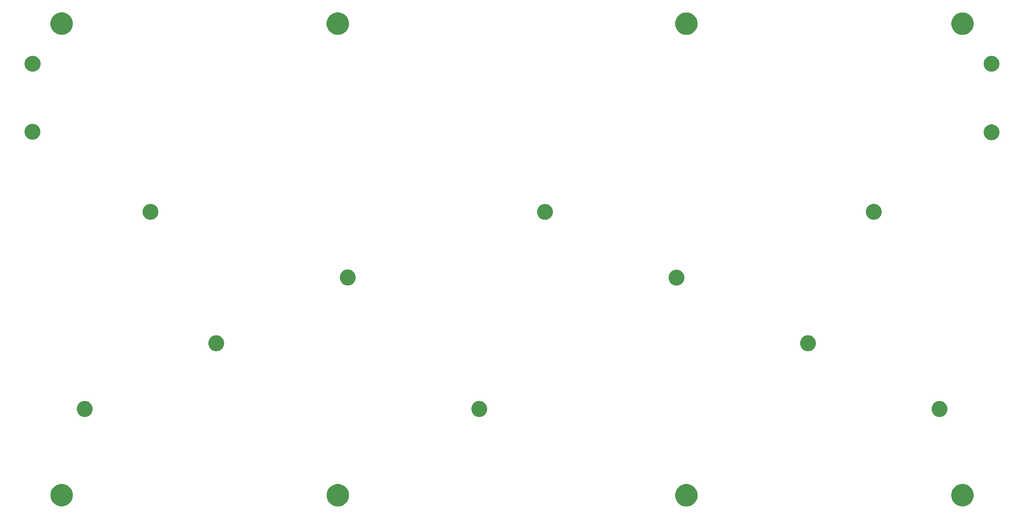
<source format=gbr>
G04 #@! TF.GenerationSoftware,KiCad,Pcbnew,(5.1.6)-1*
G04 #@! TF.CreationDate,2020-06-16T10:18:24+02:00*
G04 #@! TF.ProjectId,punk75_bottom,70756e6b-3735-45f6-926f-74746f6d2e6b,rev?*
G04 #@! TF.SameCoordinates,Original*
G04 #@! TF.FileFunction,Soldermask,Bot*
G04 #@! TF.FilePolarity,Negative*
%FSLAX46Y46*%
G04 Gerber Fmt 4.6, Leading zero omitted, Abs format (unit mm)*
G04 Created by KiCad (PCBNEW (5.1.6)-1) date 2020-06-16 10:18:24*
%MOMM*%
%LPD*%
G01*
G04 APERTURE LIST*
%ADD10C,0.100000*%
G04 APERTURE END LIST*
D10*
G36*
X273384239Y-232941467D02*
G01*
X273698282Y-233003934D01*
X274289926Y-233249001D01*
X274716477Y-233534014D01*
X274807425Y-233594783D01*
X274822392Y-233604784D01*
X275275216Y-234057608D01*
X275630999Y-234590074D01*
X275876066Y-235181718D01*
X276001000Y-235809804D01*
X276001000Y-236450196D01*
X275876066Y-237078282D01*
X275630999Y-237669926D01*
X275345986Y-238096477D01*
X275281899Y-238192391D01*
X275275216Y-238202392D01*
X274822392Y-238655216D01*
X274289926Y-239010999D01*
X273698282Y-239256066D01*
X273384239Y-239318533D01*
X273070197Y-239381000D01*
X272429803Y-239381000D01*
X272115761Y-239318533D01*
X271801718Y-239256066D01*
X271210074Y-239010999D01*
X270677608Y-238655216D01*
X270224784Y-238202392D01*
X270218102Y-238192391D01*
X270154014Y-238096477D01*
X269869001Y-237669926D01*
X269623934Y-237078282D01*
X269499000Y-236450196D01*
X269499000Y-235809804D01*
X269623934Y-235181718D01*
X269869001Y-234590074D01*
X270224784Y-234057608D01*
X270677608Y-233604784D01*
X270692576Y-233594783D01*
X270783523Y-233534014D01*
X271210074Y-233249001D01*
X271801718Y-233003934D01*
X272115761Y-232941467D01*
X272429803Y-232879000D01*
X273070197Y-232879000D01*
X273384239Y-232941467D01*
G37*
G36*
X172404239Y-232931467D02*
G01*
X172718282Y-232993934D01*
X173309926Y-233239001D01*
X173736477Y-233524014D01*
X173842391Y-233594783D01*
X174295217Y-234047609D01*
X174365986Y-234153523D01*
X174650999Y-234580074D01*
X174896066Y-235171718D01*
X175021000Y-235799804D01*
X175021000Y-236440196D01*
X174896066Y-237068282D01*
X174650999Y-237659926D01*
X174365986Y-238086477D01*
X174295217Y-238192391D01*
X173842391Y-238645217D01*
X173736477Y-238715986D01*
X173309926Y-239000999D01*
X172718282Y-239246066D01*
X172404239Y-239308533D01*
X172090197Y-239371000D01*
X171449803Y-239371000D01*
X171135761Y-239308533D01*
X170821718Y-239246066D01*
X170230074Y-239000999D01*
X169803523Y-238715986D01*
X169697609Y-238645217D01*
X169244783Y-238192391D01*
X169174014Y-238086477D01*
X168889001Y-237659926D01*
X168643934Y-237068282D01*
X168519000Y-236440196D01*
X168519000Y-235799804D01*
X168643934Y-235171718D01*
X168889001Y-234580074D01*
X169174014Y-234153523D01*
X169244783Y-234047609D01*
X169697609Y-233594783D01*
X169803523Y-233524014D01*
X170230074Y-233239001D01*
X170821718Y-232993934D01*
X171135761Y-232931467D01*
X171449803Y-232869000D01*
X172090197Y-232869000D01*
X172404239Y-232931467D01*
G37*
G36*
X92394239Y-232921467D02*
G01*
X92708282Y-232983934D01*
X93299926Y-233229001D01*
X93726477Y-233514014D01*
X93832391Y-233584783D01*
X94285217Y-234037609D01*
X94355986Y-234143523D01*
X94640999Y-234570074D01*
X94886066Y-235161718D01*
X95011000Y-235789804D01*
X95011000Y-236430196D01*
X94886066Y-237058282D01*
X94640999Y-237649926D01*
X94355986Y-238076477D01*
X94285217Y-238182391D01*
X93832391Y-238635217D01*
X93726477Y-238705986D01*
X93299926Y-238990999D01*
X92708282Y-239236066D01*
X92394239Y-239298533D01*
X92080197Y-239361000D01*
X91439803Y-239361000D01*
X91125761Y-239298533D01*
X90811718Y-239236066D01*
X90220074Y-238990999D01*
X89793523Y-238705986D01*
X89687609Y-238635217D01*
X89234783Y-238182391D01*
X89164014Y-238076477D01*
X88879001Y-237649926D01*
X88633934Y-237058282D01*
X88509000Y-236430196D01*
X88509000Y-235789804D01*
X88633934Y-235161718D01*
X88879001Y-234570074D01*
X89164014Y-234143523D01*
X89234783Y-234037609D01*
X89687609Y-233584783D01*
X89793523Y-233514014D01*
X90220074Y-233229001D01*
X90811718Y-232983934D01*
X91125761Y-232921467D01*
X91439803Y-232859000D01*
X92080197Y-232859000D01*
X92394239Y-232921467D01*
G37*
G36*
X353374239Y-232921467D02*
G01*
X353688282Y-232983934D01*
X354279926Y-233229001D01*
X354706477Y-233514014D01*
X354812391Y-233584783D01*
X355265217Y-234037609D01*
X355335986Y-234143523D01*
X355620999Y-234570074D01*
X355866066Y-235161718D01*
X355991000Y-235789804D01*
X355991000Y-236430196D01*
X355866066Y-237058282D01*
X355620999Y-237649926D01*
X355335986Y-238076477D01*
X355265217Y-238182391D01*
X354812391Y-238635217D01*
X354706477Y-238705986D01*
X354279926Y-238990999D01*
X353688282Y-239236066D01*
X353374239Y-239298533D01*
X353060197Y-239361000D01*
X352419803Y-239361000D01*
X352105761Y-239298533D01*
X351791718Y-239236066D01*
X351200074Y-238990999D01*
X350773523Y-238705986D01*
X350667609Y-238635217D01*
X350214783Y-238182391D01*
X350144014Y-238076477D01*
X349859001Y-237649926D01*
X349613934Y-237058282D01*
X349489000Y-236430196D01*
X349489000Y-235789804D01*
X349613934Y-235161718D01*
X349859001Y-234570074D01*
X350144014Y-234143523D01*
X350214783Y-234037609D01*
X350667609Y-233584783D01*
X350773523Y-233514014D01*
X351200074Y-233229001D01*
X351791718Y-232983934D01*
X352105761Y-232921467D01*
X352419803Y-232859000D01*
X353060197Y-232859000D01*
X353374239Y-232921467D01*
G37*
G36*
X213173903Y-208880713D02*
G01*
X213396177Y-208924926D01*
X213814932Y-209098380D01*
X214191802Y-209350196D01*
X214512304Y-209670698D01*
X214764120Y-210047568D01*
X214937574Y-210466323D01*
X215026000Y-210910871D01*
X215026000Y-211364129D01*
X214937574Y-211808677D01*
X214764120Y-212227432D01*
X214512304Y-212604302D01*
X214191802Y-212924804D01*
X213814932Y-213176620D01*
X213396177Y-213350074D01*
X213173903Y-213394287D01*
X212951630Y-213438500D01*
X212498370Y-213438500D01*
X212276097Y-213394287D01*
X212053823Y-213350074D01*
X211635068Y-213176620D01*
X211258198Y-212924804D01*
X210937696Y-212604302D01*
X210685880Y-212227432D01*
X210512426Y-211808677D01*
X210424000Y-211364129D01*
X210424000Y-210910871D01*
X210512426Y-210466323D01*
X210685880Y-210047568D01*
X210937696Y-209670698D01*
X211258198Y-209350196D01*
X211635068Y-209098380D01*
X212053823Y-208924926D01*
X212276097Y-208880713D01*
X212498370Y-208836500D01*
X212951630Y-208836500D01*
X213173903Y-208880713D01*
G37*
G36*
X346523903Y-208880713D02*
G01*
X346746177Y-208924926D01*
X347164932Y-209098380D01*
X347541802Y-209350196D01*
X347862304Y-209670698D01*
X348114120Y-210047568D01*
X348287574Y-210466323D01*
X348376000Y-210910871D01*
X348376000Y-211364129D01*
X348287574Y-211808677D01*
X348114120Y-212227432D01*
X347862304Y-212604302D01*
X347541802Y-212924804D01*
X347164932Y-213176620D01*
X346746177Y-213350074D01*
X346523903Y-213394287D01*
X346301630Y-213438500D01*
X345848370Y-213438500D01*
X345626097Y-213394287D01*
X345403823Y-213350074D01*
X344985068Y-213176620D01*
X344608198Y-212924804D01*
X344287696Y-212604302D01*
X344035880Y-212227432D01*
X343862426Y-211808677D01*
X343774000Y-211364129D01*
X343774000Y-210910871D01*
X343862426Y-210466323D01*
X344035880Y-210047568D01*
X344287696Y-209670698D01*
X344608198Y-209350196D01*
X344985068Y-209098380D01*
X345403823Y-208924926D01*
X345626097Y-208880713D01*
X345848370Y-208836500D01*
X346301630Y-208836500D01*
X346523903Y-208880713D01*
G37*
G36*
X98873903Y-208880713D02*
G01*
X99096177Y-208924926D01*
X99514932Y-209098380D01*
X99891802Y-209350196D01*
X100212304Y-209670698D01*
X100464120Y-210047568D01*
X100637574Y-210466323D01*
X100726000Y-210910871D01*
X100726000Y-211364129D01*
X100637574Y-211808677D01*
X100464120Y-212227432D01*
X100212304Y-212604302D01*
X99891802Y-212924804D01*
X99514932Y-213176620D01*
X99096177Y-213350074D01*
X98873903Y-213394287D01*
X98651630Y-213438500D01*
X98198370Y-213438500D01*
X97976097Y-213394287D01*
X97753823Y-213350074D01*
X97335068Y-213176620D01*
X96958198Y-212924804D01*
X96637696Y-212604302D01*
X96385880Y-212227432D01*
X96212426Y-211808677D01*
X96124000Y-211364129D01*
X96124000Y-210910871D01*
X96212426Y-210466323D01*
X96385880Y-210047568D01*
X96637696Y-209670698D01*
X96958198Y-209350196D01*
X97335068Y-209098380D01*
X97753823Y-208924926D01*
X97976097Y-208880713D01*
X98198370Y-208836500D01*
X98651630Y-208836500D01*
X98873903Y-208880713D01*
G37*
G36*
X308423903Y-189830713D02*
G01*
X308646177Y-189874926D01*
X309064932Y-190048380D01*
X309441802Y-190300196D01*
X309762304Y-190620698D01*
X310014120Y-190997568D01*
X310187574Y-191416323D01*
X310276000Y-191860871D01*
X310276000Y-192314129D01*
X310187574Y-192758677D01*
X310014120Y-193177432D01*
X309762304Y-193554302D01*
X309441802Y-193874804D01*
X309064932Y-194126620D01*
X308646177Y-194300074D01*
X308423903Y-194344287D01*
X308201630Y-194388500D01*
X307748370Y-194388500D01*
X307526097Y-194344287D01*
X307303823Y-194300074D01*
X306885068Y-194126620D01*
X306508198Y-193874804D01*
X306187696Y-193554302D01*
X305935880Y-193177432D01*
X305762426Y-192758677D01*
X305674000Y-192314129D01*
X305674000Y-191860871D01*
X305762426Y-191416323D01*
X305935880Y-190997568D01*
X306187696Y-190620698D01*
X306508198Y-190300196D01*
X306885068Y-190048380D01*
X307303823Y-189874926D01*
X307526097Y-189830713D01*
X307748370Y-189786500D01*
X308201630Y-189786500D01*
X308423903Y-189830713D01*
G37*
G36*
X136973903Y-189830713D02*
G01*
X137196177Y-189874926D01*
X137614932Y-190048380D01*
X137991802Y-190300196D01*
X138312304Y-190620698D01*
X138564120Y-190997568D01*
X138737574Y-191416323D01*
X138826000Y-191860871D01*
X138826000Y-192314129D01*
X138737574Y-192758677D01*
X138564120Y-193177432D01*
X138312304Y-193554302D01*
X137991802Y-193874804D01*
X137614932Y-194126620D01*
X137196177Y-194300074D01*
X136973903Y-194344287D01*
X136751630Y-194388500D01*
X136298370Y-194388500D01*
X136076097Y-194344287D01*
X135853823Y-194300074D01*
X135435068Y-194126620D01*
X135058198Y-193874804D01*
X134737696Y-193554302D01*
X134485880Y-193177432D01*
X134312426Y-192758677D01*
X134224000Y-192314129D01*
X134224000Y-191860871D01*
X134312426Y-191416323D01*
X134485880Y-190997568D01*
X134737696Y-190620698D01*
X135058198Y-190300196D01*
X135435068Y-190048380D01*
X135853823Y-189874926D01*
X136076097Y-189830713D01*
X136298370Y-189786500D01*
X136751630Y-189786500D01*
X136973903Y-189830713D01*
G37*
G36*
X270226941Y-170824926D02*
G01*
X270546177Y-170888426D01*
X270964932Y-171061880D01*
X271341802Y-171313696D01*
X271662304Y-171634198D01*
X271914120Y-172011068D01*
X272087574Y-172429823D01*
X272176000Y-172874371D01*
X272176000Y-173327629D01*
X272087574Y-173772177D01*
X271914120Y-174190932D01*
X271662304Y-174567802D01*
X271341802Y-174888304D01*
X270964932Y-175140120D01*
X270546177Y-175313574D01*
X270420865Y-175338500D01*
X270101630Y-175402000D01*
X269648370Y-175402000D01*
X269329135Y-175338500D01*
X269203823Y-175313574D01*
X268785068Y-175140120D01*
X268408198Y-174888304D01*
X268087696Y-174567802D01*
X267835880Y-174190932D01*
X267662426Y-173772177D01*
X267574000Y-173327629D01*
X267574000Y-172874371D01*
X267662426Y-172429823D01*
X267835880Y-172011068D01*
X268087696Y-171634198D01*
X268408198Y-171313696D01*
X268785068Y-171061880D01*
X269203823Y-170888426D01*
X269523059Y-170824926D01*
X269648370Y-170800000D01*
X270101630Y-170800000D01*
X270226941Y-170824926D01*
G37*
G36*
X175073903Y-170780713D02*
G01*
X175296177Y-170824926D01*
X175714932Y-170998380D01*
X176091802Y-171250196D01*
X176412304Y-171570698D01*
X176664120Y-171947568D01*
X176837574Y-172366323D01*
X176926000Y-172810871D01*
X176926000Y-173264129D01*
X176837574Y-173708677D01*
X176664120Y-174127432D01*
X176412304Y-174504302D01*
X176091802Y-174824804D01*
X175714932Y-175076620D01*
X175296177Y-175250074D01*
X175073903Y-175294287D01*
X174851630Y-175338500D01*
X174398370Y-175338500D01*
X174176097Y-175294287D01*
X173953823Y-175250074D01*
X173535068Y-175076620D01*
X173158198Y-174824804D01*
X172837696Y-174504302D01*
X172585880Y-174127432D01*
X172412426Y-173708677D01*
X172324000Y-173264129D01*
X172324000Y-172810871D01*
X172412426Y-172366323D01*
X172585880Y-171947568D01*
X172837696Y-171570698D01*
X173158198Y-171250196D01*
X173535068Y-170998380D01*
X173953823Y-170824926D01*
X174176097Y-170780713D01*
X174398370Y-170736500D01*
X174851630Y-170736500D01*
X175073903Y-170780713D01*
G37*
G36*
X232223903Y-151794213D02*
G01*
X232446177Y-151838426D01*
X232864932Y-152011880D01*
X233241802Y-152263696D01*
X233562304Y-152584198D01*
X233814120Y-152961068D01*
X233987574Y-153379823D01*
X233987574Y-153379824D01*
X234067845Y-153783370D01*
X234076000Y-153824371D01*
X234076000Y-154277629D01*
X233987574Y-154722177D01*
X233814120Y-155140932D01*
X233562304Y-155517802D01*
X233241802Y-155838304D01*
X232864932Y-156090120D01*
X232446177Y-156263574D01*
X232223903Y-156307787D01*
X232001630Y-156352000D01*
X231548370Y-156352000D01*
X231326097Y-156307787D01*
X231103823Y-156263574D01*
X230685068Y-156090120D01*
X230308198Y-155838304D01*
X229987696Y-155517802D01*
X229735880Y-155140932D01*
X229562426Y-154722177D01*
X229474000Y-154277629D01*
X229474000Y-153824371D01*
X229482156Y-153783370D01*
X229562426Y-153379824D01*
X229562426Y-153379823D01*
X229735880Y-152961068D01*
X229987696Y-152584198D01*
X230308198Y-152263696D01*
X230685068Y-152011880D01*
X231103823Y-151838426D01*
X231326097Y-151794213D01*
X231548370Y-151750000D01*
X232001630Y-151750000D01*
X232223903Y-151794213D01*
G37*
G36*
X117907750Y-151750000D02*
G01*
X118146177Y-151797426D01*
X118564932Y-151970880D01*
X118941802Y-152222696D01*
X119262304Y-152543198D01*
X119514120Y-152920068D01*
X119687574Y-153338823D01*
X119731787Y-153561097D01*
X119776000Y-153783370D01*
X119776000Y-154236630D01*
X119731787Y-154458903D01*
X119687574Y-154681177D01*
X119514120Y-155099932D01*
X119262304Y-155476802D01*
X118941802Y-155797304D01*
X118564932Y-156049120D01*
X118146177Y-156222574D01*
X117940056Y-156263574D01*
X117701630Y-156311000D01*
X117248370Y-156311000D01*
X117009944Y-156263574D01*
X116803823Y-156222574D01*
X116385068Y-156049120D01*
X116008198Y-155797304D01*
X115687696Y-155476802D01*
X115435880Y-155099932D01*
X115262426Y-154681177D01*
X115218213Y-154458903D01*
X115174000Y-154236630D01*
X115174000Y-153783370D01*
X115218213Y-153561097D01*
X115262426Y-153338823D01*
X115435880Y-152920068D01*
X115687696Y-152543198D01*
X116008198Y-152222696D01*
X116385068Y-151970880D01*
X116803823Y-151797426D01*
X117042250Y-151750000D01*
X117248370Y-151709000D01*
X117701630Y-151709000D01*
X117907750Y-151750000D01*
G37*
G36*
X327473903Y-151743213D02*
G01*
X327696177Y-151787426D01*
X328114932Y-151960880D01*
X328491802Y-152212696D01*
X328812304Y-152533198D01*
X329064120Y-152910068D01*
X329237574Y-153328823D01*
X329247719Y-153379824D01*
X329326000Y-153773370D01*
X329326000Y-154226630D01*
X329315855Y-154277630D01*
X329237574Y-154671177D01*
X329064120Y-155089932D01*
X328812304Y-155466802D01*
X328491802Y-155787304D01*
X328114932Y-156039120D01*
X327696177Y-156212574D01*
X327473903Y-156256787D01*
X327251630Y-156301000D01*
X326798370Y-156301000D01*
X326576097Y-156256787D01*
X326353823Y-156212574D01*
X325935068Y-156039120D01*
X325558198Y-155787304D01*
X325237696Y-155466802D01*
X324985880Y-155089932D01*
X324812426Y-154671177D01*
X324734145Y-154277630D01*
X324724000Y-154226630D01*
X324724000Y-153773370D01*
X324802281Y-153379824D01*
X324812426Y-153328823D01*
X324985880Y-152910068D01*
X325237696Y-152533198D01*
X325558198Y-152212696D01*
X325935068Y-151960880D01*
X326353823Y-151787426D01*
X326576097Y-151743213D01*
X326798370Y-151699000D01*
X327251630Y-151699000D01*
X327473903Y-151743213D01*
G37*
G36*
X361605153Y-128711963D02*
G01*
X361827427Y-128756176D01*
X362246182Y-128929630D01*
X362623052Y-129181446D01*
X362943554Y-129501948D01*
X363195370Y-129878818D01*
X363368824Y-130297573D01*
X363368824Y-130297574D01*
X363425673Y-130583370D01*
X363457250Y-130742121D01*
X363457250Y-131195379D01*
X363368824Y-131639927D01*
X363195370Y-132058682D01*
X362943554Y-132435552D01*
X362623052Y-132756054D01*
X362246182Y-133007870D01*
X361827427Y-133181324D01*
X361605153Y-133225537D01*
X361382880Y-133269750D01*
X360929620Y-133269750D01*
X360707347Y-133225537D01*
X360485073Y-133181324D01*
X360066318Y-133007870D01*
X359689448Y-132756054D01*
X359368946Y-132435552D01*
X359117130Y-132058682D01*
X358943676Y-131639927D01*
X358855250Y-131195379D01*
X358855250Y-130742121D01*
X358886828Y-130583370D01*
X358943676Y-130297574D01*
X358943676Y-130297573D01*
X359117130Y-129878818D01*
X359368946Y-129501948D01*
X359689448Y-129181446D01*
X360066318Y-128929630D01*
X360485073Y-128756176D01*
X360707347Y-128711963D01*
X360929620Y-128667750D01*
X361382880Y-128667750D01*
X361605153Y-128711963D01*
G37*
G36*
X83760903Y-128553213D02*
G01*
X83983177Y-128597426D01*
X84401932Y-128770880D01*
X84778802Y-129022696D01*
X85099304Y-129343198D01*
X85351120Y-129720068D01*
X85524574Y-130138823D01*
X85568787Y-130361097D01*
X85613000Y-130583370D01*
X85613000Y-131036630D01*
X85568787Y-131258903D01*
X85524574Y-131481177D01*
X85351120Y-131899932D01*
X85099304Y-132276802D01*
X84778802Y-132597304D01*
X84401932Y-132849120D01*
X83983177Y-133022574D01*
X83760903Y-133066787D01*
X83538630Y-133111000D01*
X83085370Y-133111000D01*
X82863097Y-133066787D01*
X82640823Y-133022574D01*
X82222068Y-132849120D01*
X81845198Y-132597304D01*
X81524696Y-132276802D01*
X81272880Y-131899932D01*
X81099426Y-131481177D01*
X81055213Y-131258903D01*
X81011000Y-131036630D01*
X81011000Y-130583370D01*
X81055213Y-130361097D01*
X81099426Y-130138823D01*
X81272880Y-129720068D01*
X81524696Y-129343198D01*
X81845198Y-129022696D01*
X82222068Y-128770880D01*
X82640823Y-128597426D01*
X82863097Y-128553213D01*
X83085370Y-128509000D01*
X83538630Y-128509000D01*
X83760903Y-128553213D01*
G37*
G36*
X361605153Y-108868213D02*
G01*
X361827427Y-108912426D01*
X362246182Y-109085880D01*
X362623052Y-109337696D01*
X362943554Y-109658198D01*
X363195370Y-110035068D01*
X363368824Y-110453823D01*
X363457250Y-110898371D01*
X363457250Y-111351629D01*
X363368824Y-111796177D01*
X363195370Y-112214932D01*
X362943554Y-112591802D01*
X362623052Y-112912304D01*
X362246182Y-113164120D01*
X361827427Y-113337574D01*
X361605153Y-113381787D01*
X361382880Y-113426000D01*
X360929620Y-113426000D01*
X360707347Y-113381787D01*
X360485073Y-113337574D01*
X360066318Y-113164120D01*
X359689448Y-112912304D01*
X359368946Y-112591802D01*
X359117130Y-112214932D01*
X358943676Y-111796177D01*
X358855250Y-111351629D01*
X358855250Y-110898371D01*
X358943676Y-110453823D01*
X359117130Y-110035068D01*
X359368946Y-109658198D01*
X359689448Y-109337696D01*
X360066318Y-109085880D01*
X360485073Y-108912426D01*
X360707347Y-108868213D01*
X360929620Y-108824000D01*
X361382880Y-108824000D01*
X361605153Y-108868213D01*
G37*
G36*
X83792653Y-108868213D02*
G01*
X84014927Y-108912426D01*
X84433682Y-109085880D01*
X84810552Y-109337696D01*
X85131054Y-109658198D01*
X85382870Y-110035068D01*
X85556324Y-110453823D01*
X85644750Y-110898371D01*
X85644750Y-111351629D01*
X85556324Y-111796177D01*
X85382870Y-112214932D01*
X85131054Y-112591802D01*
X84810552Y-112912304D01*
X84433682Y-113164120D01*
X84014927Y-113337574D01*
X83792653Y-113381787D01*
X83570380Y-113426000D01*
X83117120Y-113426000D01*
X82894847Y-113381787D01*
X82672573Y-113337574D01*
X82253818Y-113164120D01*
X81876948Y-112912304D01*
X81556446Y-112591802D01*
X81304630Y-112214932D01*
X81131176Y-111796177D01*
X81042750Y-111351629D01*
X81042750Y-110898371D01*
X81131176Y-110453823D01*
X81304630Y-110035068D01*
X81556446Y-109658198D01*
X81876948Y-109337696D01*
X82253818Y-109085880D01*
X82672573Y-108912426D01*
X82894847Y-108868213D01*
X83117120Y-108824000D01*
X83570380Y-108824000D01*
X83792653Y-108868213D01*
G37*
G36*
X273384239Y-96311467D02*
G01*
X273698282Y-96373934D01*
X274289926Y-96619001D01*
X274716477Y-96904014D01*
X274792459Y-96954783D01*
X274822392Y-96974784D01*
X275275216Y-97427608D01*
X275630999Y-97960074D01*
X275876066Y-98551718D01*
X276001000Y-99179804D01*
X276001000Y-99820196D01*
X275876066Y-100448282D01*
X275630999Y-101039926D01*
X275345986Y-101466477D01*
X275288581Y-101552391D01*
X275275216Y-101572392D01*
X274822392Y-102025216D01*
X274289926Y-102380999D01*
X273698282Y-102626066D01*
X273384239Y-102688533D01*
X273070197Y-102751000D01*
X272429803Y-102751000D01*
X272115761Y-102688533D01*
X271801718Y-102626066D01*
X271210074Y-102380999D01*
X270677608Y-102025216D01*
X270224784Y-101572392D01*
X270211420Y-101552391D01*
X270154014Y-101466477D01*
X269869001Y-101039926D01*
X269623934Y-100448282D01*
X269499000Y-99820196D01*
X269499000Y-99179804D01*
X269623934Y-98551718D01*
X269869001Y-97960074D01*
X270224784Y-97427608D01*
X270677608Y-96974784D01*
X270707542Y-96954783D01*
X270783523Y-96904014D01*
X271210074Y-96619001D01*
X271801718Y-96373934D01*
X272115761Y-96311467D01*
X272429803Y-96249000D01*
X273070197Y-96249000D01*
X273384239Y-96311467D01*
G37*
G36*
X353384239Y-96311467D02*
G01*
X353698282Y-96373934D01*
X354289926Y-96619001D01*
X354716477Y-96904014D01*
X354792459Y-96954783D01*
X354822392Y-96974784D01*
X355275216Y-97427608D01*
X355630999Y-97960074D01*
X355876066Y-98551718D01*
X356001000Y-99179804D01*
X356001000Y-99820196D01*
X355876066Y-100448282D01*
X355630999Y-101039926D01*
X355345986Y-101466477D01*
X355288581Y-101552391D01*
X355275216Y-101572392D01*
X354822392Y-102025216D01*
X354289926Y-102380999D01*
X353698282Y-102626066D01*
X353384239Y-102688533D01*
X353070197Y-102751000D01*
X352429803Y-102751000D01*
X352115761Y-102688533D01*
X351801718Y-102626066D01*
X351210074Y-102380999D01*
X350677608Y-102025216D01*
X350224784Y-101572392D01*
X350211420Y-101552391D01*
X350154014Y-101466477D01*
X349869001Y-101039926D01*
X349623934Y-100448282D01*
X349499000Y-99820196D01*
X349499000Y-99179804D01*
X349623934Y-98551718D01*
X349869001Y-97960074D01*
X350224784Y-97427608D01*
X350677608Y-96974784D01*
X350707542Y-96954783D01*
X350783523Y-96904014D01*
X351210074Y-96619001D01*
X351801718Y-96373934D01*
X352115761Y-96311467D01*
X352429803Y-96249000D01*
X353070197Y-96249000D01*
X353384239Y-96311467D01*
G37*
G36*
X92384239Y-96291467D02*
G01*
X92698282Y-96353934D01*
X93289926Y-96599001D01*
X93716477Y-96884014D01*
X93822391Y-96954783D01*
X94275217Y-97407609D01*
X94345986Y-97513523D01*
X94630999Y-97940074D01*
X94876066Y-98531718D01*
X95001000Y-99159804D01*
X95001000Y-99800196D01*
X94876066Y-100428282D01*
X94630999Y-101019926D01*
X94345986Y-101446477D01*
X94275217Y-101552391D01*
X93822391Y-102005217D01*
X93716477Y-102075986D01*
X93289926Y-102360999D01*
X92698282Y-102606066D01*
X92384239Y-102668533D01*
X92070197Y-102731000D01*
X91429803Y-102731000D01*
X91115761Y-102668533D01*
X90801718Y-102606066D01*
X90210074Y-102360999D01*
X89783523Y-102075986D01*
X89677609Y-102005217D01*
X89224783Y-101552391D01*
X89154014Y-101446477D01*
X88869001Y-101019926D01*
X88623934Y-100428282D01*
X88499000Y-99800196D01*
X88499000Y-99159804D01*
X88623934Y-98531718D01*
X88869001Y-97940074D01*
X89154014Y-97513523D01*
X89224783Y-97407609D01*
X89677609Y-96954783D01*
X89783523Y-96884014D01*
X90210074Y-96599001D01*
X90801718Y-96353934D01*
X91115761Y-96291467D01*
X91429803Y-96229000D01*
X92070197Y-96229000D01*
X92384239Y-96291467D01*
G37*
G36*
X172394239Y-96291467D02*
G01*
X172708282Y-96353934D01*
X173299926Y-96599001D01*
X173726477Y-96884014D01*
X173832391Y-96954783D01*
X174285217Y-97407609D01*
X174355986Y-97513523D01*
X174640999Y-97940074D01*
X174886066Y-98531718D01*
X175011000Y-99159804D01*
X175011000Y-99800196D01*
X174886066Y-100428282D01*
X174640999Y-101019926D01*
X174355986Y-101446477D01*
X174285217Y-101552391D01*
X173832391Y-102005217D01*
X173726477Y-102075986D01*
X173299926Y-102360999D01*
X172708282Y-102606066D01*
X172394239Y-102668533D01*
X172080197Y-102731000D01*
X171439803Y-102731000D01*
X171125761Y-102668533D01*
X170811718Y-102606066D01*
X170220074Y-102360999D01*
X169793523Y-102075986D01*
X169687609Y-102005217D01*
X169234783Y-101552391D01*
X169164014Y-101446477D01*
X168879001Y-101019926D01*
X168633934Y-100428282D01*
X168509000Y-99800196D01*
X168509000Y-99159804D01*
X168633934Y-98531718D01*
X168879001Y-97940074D01*
X169164014Y-97513523D01*
X169234783Y-97407609D01*
X169687609Y-96954783D01*
X169793523Y-96884014D01*
X170220074Y-96599001D01*
X170811718Y-96353934D01*
X171125761Y-96291467D01*
X171439803Y-96229000D01*
X172080197Y-96229000D01*
X172394239Y-96291467D01*
G37*
M02*

</source>
